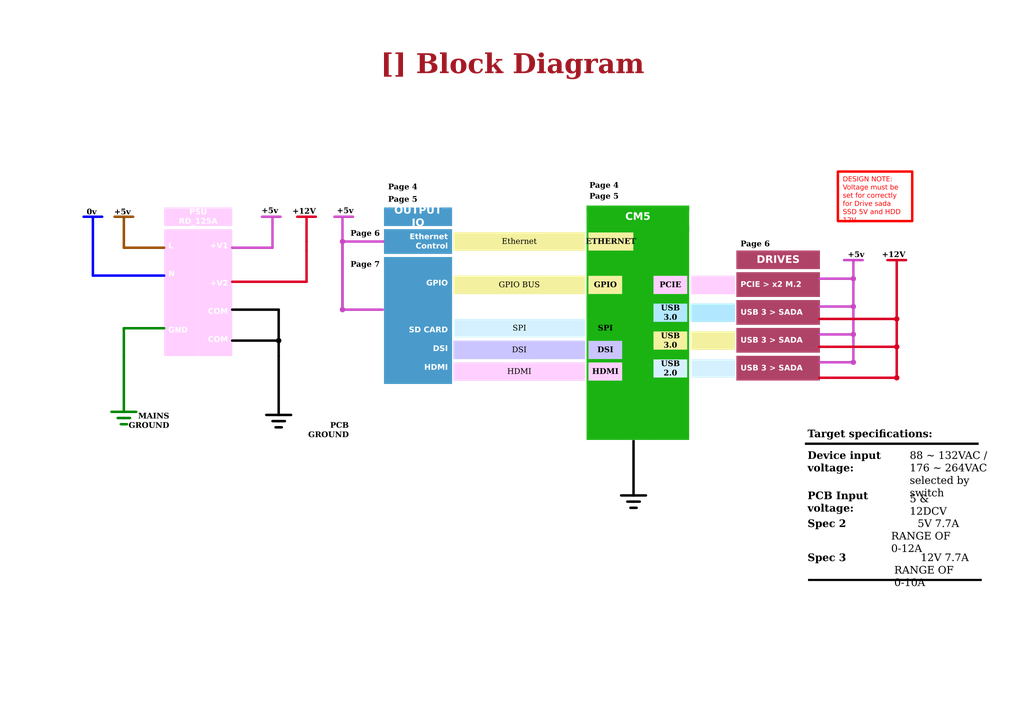
<source format=kicad_sch>
(kicad_sch
	(version 20250114)
	(generator "eeschema")
	(generator_version "9.0")
	(uuid "d4440dba-022e-49b2-97f2-6fc1871c7304")
	(paper "A3")
	(title_block
		(title "Block Diagram")
		(date "Last Modified Date")
		(rev "${REVISION}")
		(company "${COMPANY}")
	)
	(lib_symbols)
	(rectangle
		(start 241.3 156.21)
		(end 255.27 180.34)
		(stroke
			(width 0)
			(type default)
			(color 26 179 18 1)
		)
		(fill
			(type color)
			(color 26 179 18 1)
		)
		(uuid 05c43237-d989-46c7-a838-1fe3e687d325)
	)
	(rectangle
		(start 267.97 132.08)
		(end 281.94 135.89)
		(stroke
			(width 0)
			(type default)
			(color 26 179 18 1)
		)
		(fill
			(type color)
			(color 26 179 18 1)
		)
		(uuid 18d023c4-e3f0-46c9-87ca-5d30d9cdf2c3)
	)
	(rectangle
		(start 241.3 130.81)
		(end 255.27 139.7)
		(stroke
			(width 0)
			(type default)
			(color 26 179 18 1)
		)
		(fill
			(type color)
			(color 26 179 18 1)
		)
		(uuid 39c3df59-f9d6-4c44-9610-c14f06418e27)
	)
	(rectangle
		(start 267.97 154.94)
		(end 281.94 180.34)
		(stroke
			(width 0)
			(type default)
			(color 26 179 18 1)
		)
		(fill
			(type color)
			(color 26 179 18 1)
		)
		(uuid 3a6c1391-840d-4a80-9739-78b63fe94339)
	)
	(circle
		(center 367.792 130.81)
		(radius 1.016)
		(stroke
			(width 0)
			(type default)
			(color 212 0 32 1)
		)
		(fill
			(type color)
			(color 212 0 32 1)
		)
		(uuid 3e2c6bd8-f7d7-4007-beb2-38a051b35c34)
	)
	(circle
		(center 350.012 148.59)
		(radius 1.016)
		(stroke
			(width 0)
			(type default)
			(color 198 71 194 1)
		)
		(fill
			(type color)
			(color 198 71 194 1)
		)
		(uuid 41023b46-9a07-470f-8e7a-c75031cc9ecc)
	)
	(rectangle
		(start 241.3 147.32)
		(end 255.27 148.59)
		(stroke
			(width 0)
			(type default)
			(color 26 179 18 1)
		)
		(fill
			(type color)
			(color 26 179 18 1)
		)
		(uuid 421816ca-5f12-4e86-8e69-316b379c8971)
	)
	(circle
		(center 140.462 127)
		(radius 1.016)
		(stroke
			(width 0)
			(type default)
			(color 198 71 194 1)
		)
		(fill
			(type color)
			(color 198 71 194 1)
		)
		(uuid 51410f93-50a0-4779-afb7-2ee142d132a9)
	)
	(rectangle
		(start 240.665 84.455)
		(end 282.575 86.36)
		(stroke
			(width 0.254)
			(type default)
			(color 26 179 18 1)
		)
		(fill
			(type color)
			(color 26 179 18 1)
		)
		(uuid 55bb8f5d-1716-457c-ab18-7887e7f79c32)
	)
	(circle
		(center 140.462 99.06)
		(radius 1.016)
		(stroke
			(width 0)
			(type default)
			(color 198 71 194 1)
		)
		(fill
			(type color)
			(color 198 71 194 1)
		)
		(uuid 5ce36d2b-b753-4d4d-b2c0-01a15c72c9aa)
	)
	(rectangle
		(start 156.845 98.679)
		(end 157.48 99.441)
		(stroke
			(width 0.25)
			(type default)
			(color 198 71 194 1)
		)
		(fill
			(type color)
			(color 198 71 194 1)
		)
		(uuid 71a7bc8d-71ba-4784-b706-1c489dd4699b)
	)
	(circle
		(center 350.012 125.73)
		(radius 1.016)
		(stroke
			(width 0)
			(type default)
			(color 198 71 194 1)
		)
		(fill
			(type color)
			(color 198 71 194 1)
		)
		(uuid 73e2bab7-d1ff-4c48-92c5-5867c50c9caa)
	)
	(circle
		(center 367.792 154.94)
		(radius 1.016)
		(stroke
			(width 0)
			(type default)
			(color 212 0 32 1)
		)
		(fill
			(type color)
			(color 212 0 32 1)
		)
		(uuid 7633bb73-b48f-4b61-a923-beffcd4fcbdc)
	)
	(rectangle
		(start 241.3 120.65)
		(end 255.27 123.19)
		(stroke
			(width 0)
			(type default)
			(color 26 179 18 1)
		)
		(fill
			(type color)
			(color 26 179 18 1)
		)
		(uuid 7b3048d9-9f27-43c5-89d8-687bf1563aee)
	)
	(circle
		(center 350.012 137.16)
		(radius 1.016)
		(stroke
			(width 0)
			(type default)
			(color 198 71 194 1)
		)
		(fill
			(type color)
			(color 198 71 194 1)
		)
		(uuid 81814ec4-8061-4f89-b6de-11442b690bce)
	)
	(rectangle
		(start 281.94 84.455)
		(end 282.575 180.34)
		(stroke
			(width 0)
			(type default)
			(color 26 179 18 1)
		)
		(fill
			(type color)
			(color 26 179 18 1)
		)
		(uuid 82b7fc9f-5c53-4bad-ac33-36ff04086978)
	)
	(rectangle
		(start 331.47 237.49)
		(end 402.59 238.252)
		(stroke
			(width 0)
			(type default)
			(color 0 0 0 1)
		)
		(fill
			(type color)
			(color 0 0 0 1)
		)
		(uuid 8956a1c0-282a-4b1e-927b-8bc74278d14f)
	)
	(rectangle
		(start 241.3 92.71)
		(end 282.575 95.25)
		(stroke
			(width 0)
			(type default)
			(color 26 179 18 1)
		)
		(fill
			(type color)
			(color 26 179 18 1)
		)
		(uuid a952ed71-59f7-4034-9137-c9beed0052e5)
	)
	(rectangle
		(start 255.27 102.87)
		(end 267.97 180.34)
		(stroke
			(width 0)
			(type default)
			(color 26 179 18 1)
		)
		(fill
			(type color)
			(color 26 179 18 1)
		)
		(uuid b5912d90-a2e6-47a8-b37f-79df93690db6)
	)
	(rectangle
		(start 267.97 143.51)
		(end 281.94 147.32)
		(stroke
			(width 0)
			(type default)
			(color 26 179 18 1)
		)
		(fill
			(type color)
			(color 26 179 18 1)
		)
		(uuid bdbbf18e-6f1e-46bc-83ed-402e06ceb661)
	)
	(rectangle
		(start 267.97 120.65)
		(end 281.94 124.46)
		(stroke
			(width 0)
			(type default)
			(color 26 179 18 1)
		)
		(fill
			(type color)
			(color 26 179 18 1)
		)
		(uuid be3f6889-490c-44fa-9418-f01ed8476be7)
	)
	(circle
		(center 350.012 114.3)
		(radius 1.016)
		(stroke
			(width 0)
			(type default)
			(color 198 71 194 1)
		)
		(fill
			(type color)
			(color 198 71 194 1)
		)
		(uuid bfdeaac1-314c-48ed-8cf7-516162809f1b)
	)
	(rectangle
		(start 259.842 93.98)
		(end 273.812 104.14)
		(stroke
			(width 0)
			(type default)
			(color 26 179 18 1)
		)
		(fill
			(type color)
			(color 26 179 18 1)
		)
		(uuid ccbf5fc0-b3fa-481b-9909-8b6e5e2448f2)
	)
	(rectangle
		(start 267.97 95.25)
		(end 281.94 113.03)
		(stroke
			(width 0)
			(type default)
			(color 26 179 18 1)
		)
		(fill
			(type color)
			(color 26 179 18 1)
		)
		(uuid cdf72398-0431-4b4b-8fdb-00fcbee68e2a)
	)
	(circle
		(center 367.792 142.24)
		(radius 1.016)
		(stroke
			(width 0)
			(type default)
			(color 212 0 32 1)
		)
		(fill
			(type color)
			(color 212 0 32 1)
		)
		(uuid d1bb0e1b-d034-45b0-a440-50c1faf3b83f)
	)
	(rectangle
		(start 330.2 181.61)
		(end 401.32 182.372)
		(stroke
			(width 0)
			(type default)
			(color 0 0 0 1)
		)
		(fill
			(type color)
			(color 0 0 0 1)
		)
		(uuid d631d51a-2515-45dc-a2c0-e57c4fee46cd)
	)
	(rectangle
		(start 240.665 84.455)
		(end 241.3 180.34)
		(stroke
			(width 0)
			(type default)
			(color 26 179 18 1)
		)
		(fill
			(type color)
			(color 26 179 18 1)
		)
		(uuid d92c43be-acae-42f6-9179-96820bcc6ef2)
	)
	(circle
		(center 114.3 139.7)
		(radius 1.016)
		(stroke
			(width 0)
			(type default)
			(color 0 0 0 1)
		)
		(fill
			(type color)
			(color 0 0 0 1)
		)
		(uuid e009c6f9-aa34-4e58-87ba-d3118f97db1e)
	)
	(rectangle
		(start 241.3 102.87)
		(end 255.27 113.03)
		(stroke
			(width 0)
			(type default)
			(color 26 179 18 1)
		)
		(fill
			(type color)
			(color 26 179 18 1)
		)
		(uuid f4ff3a95-a29b-44f5-99fe-90e2d6c5e225)
	)
	(rectangle
		(start 240.792 121.92)
		(end 256.032 130.81)
		(stroke
			(width 0)
			(type default)
			(color 26 179 18 1)
		)
		(fill
			(type color)
			(color 26 179 18 1)
		)
		(uuid fe818828-3624-4a42-926c-34566d194c39)
	)
	(text "+5v"
		(exclude_from_sim no)
		(at 347.726 106.68 0)
		(effects
			(font
				(face "Times New Roman")
				(size 2.286 2.286)
				(thickness 0.4572)
				(bold yes)
				(color 0 0 0 1)
			)
			(justify left bottom)
		)
		(uuid "0dba65be-4dbc-4f35-b38d-7aae15950791")
	)
	(text "+5v"
		(exclude_from_sim no)
		(at 53.594 89.154 0)
		(effects
			(font
				(face "Times New Roman")
				(size 2.286 2.286)
				(thickness 0.4572)
				(bold yes)
				(color 0 0 0 1)
			)
			(justify right bottom)
		)
		(uuid "2e39a2a3-9579-46db-b35e-90d888ee8eb5")
	)
	(text "+12V"
		(exclude_from_sim no)
		(at 129.54 88.9 0)
		(effects
			(font
				(face "Times New Roman")
				(size 2.286 2.286)
				(thickness 0.4572)
				(bold yes)
				(color 0 0 0 1)
			)
			(justify right bottom)
		)
		(uuid "4570969a-23f9-402e-b415-e594243e91c6")
	)
	(text "+5v"
		(exclude_from_sim no)
		(at 138.176 88.646 0)
		(effects
			(font
				(face "Times New Roman")
				(size 2.286 2.286)
				(thickness 0.4572)
				(bold yes)
				(color 0 0 0 1)
			)
			(justify left bottom)
		)
		(uuid "61bcd564-dc47-4abd-8776-b89cef66ed38")
	)
	(text "+12V"
		(exclude_from_sim no)
		(at 371.348 106.68 0)
		(effects
			(font
				(face "Times New Roman")
				(size 2.286 2.286)
				(thickness 0.4572)
				(bold yes)
				(color 0 0 0 1)
			)
			(justify right bottom)
		)
		(uuid "b76b23fc-271e-4d85-9c32-612487cb79db")
	)
	(text "+5v"
		(exclude_from_sim no)
		(at 114.046 88.646 0)
		(effects
			(font
				(face "Times New Roman")
				(size 2.286 2.286)
				(thickness 0.4572)
				(bold yes)
				(color 0 0 0 1)
			)
			(justify right bottom)
		)
		(uuid "d00758d3-ae53-4134-ab5c-383270f3c78d")
	)
	(text "0v"
		(exclude_from_sim no)
		(at 39.624 89.154 0)
		(effects
			(font
				(face "Times New Roman")
				(size 2.286 2.286)
				(thickness 0.4572)
				(bold yes)
				(color 0 0 0 1)
			)
			(justify right bottom)
		)
		(uuid "e3d0aab1-2e1e-4d51-a1de-425c235658ce")
	)
	(text_box "GPIO"
		(exclude_from_sim no)
		(at 241.3 113.03 0)
		(size 13.97 7.62)
		(margins 1.7144 1.7144 1.7144 1.7144)
		(stroke
			(width -0.0001)
			(type solid)
		)
		(fill
			(type color)
			(color 243 240 160 1)
		)
		(effects
			(font
				(face "Times New Roman")
				(size 2.286 2.286)
				(bold yes)
				(color 0 0 0 1)
			)
		)
		(uuid "0aa0c4e1-070f-42df-94e3-eb4334e328f3")
	)
	(text_box "Spec 2"
		(exclude_from_sim no)
		(at 328.93 210.82 0)
		(size 43.18 7.62)
		(margins 2.2859 2.2859 2.2859 2.2859)
		(stroke
			(width -0.0001)
			(type default)
		)
		(fill
			(type none)
		)
		(effects
			(font
				(face "Times New Roman")
				(size 3.048 3.048)
				(thickness 0.4572)
				(bold yes)
				(color 0 0 0 1)
			)
			(justify left top)
		)
		(uuid "16ff5c12-a59a-498f-9a58-8440cea84b9d")
	)
	(text_box "\n+V1\n\n\n\n+V2\n\n\nCOM\n\n\nCOM"
		(exclude_from_sim no)
		(at 81.28 93.98 0)
		(size 13.97 52.07)
		(margins 1.7144 1.7144 1.7144 1.7144)
		(stroke
			(width -0.0001)
			(type solid)
		)
		(fill
			(type color)
			(color 255 207 255 1)
		)
		(effects
			(font
				(face "Arial")
				(size 2.286 2.286)
				(bold yes)
				(color 255 255 255 1)
			)
			(justify right top)
		)
		(uuid "1751a8a4-243e-4832-9be3-7e90da50e5e8")
	)
	(text_box "GPIO BUS"
		(exclude_from_sim no)
		(at 185.928 113.03 0)
		(size 54.102 7.62)
		(margins 1.7144 1.7144 1.7144 1.7144)
		(stroke
			(width -0.0001)
			(type solid)
		)
		(fill
			(type color)
			(color 243 240 160 1)
		)
		(effects
			(font
				(face "Times New Roman")
				(size 2.286 2.286)
				(italic yes)
				(color 0 0 0 1)
			)
		)
		(uuid "1987247e-db63-4ffa-a72e-634d9843c64c")
	)
	(text_box "CM5"
		(exclude_from_sim no)
		(at 241.3 85.09 0)
		(size 40.64 7.62)
		(margins 2.2859 2.2859 2.2859 2.2859)
		(stroke
			(width -0.0001)
			(type solid)
		)
		(fill
			(type color)
			(color 26 179 18 1)
		)
		(effects
			(font
				(face "Arial")
				(size 3.048 3.048)
				(bold yes)
				(color 255 255 255 1)
			)
		)
		(uuid "1d0d83c3-74d6-4a1f-8c3f-65fbe3fb5ec9")
	)
	(text_box "HDMI"
		(exclude_from_sim no)
		(at 185.928 148.59 0)
		(size 54.102 7.62)
		(margins 1.7144 1.7144 1.7144 1.7144)
		(stroke
			(width -0.0001)
			(type solid)
		)
		(fill
			(type color)
			(color 255 207 255 1)
		)
		(effects
			(font
				(face "Times New Roman")
				(size 2.286 2.286)
				(italic yes)
				(color 0 0 0 1)
			)
		)
		(uuid "205684f9-9b3f-4aef-bbd6-2a2cbf506b65")
	)
	(text_box "ETHERNET"
		(exclude_from_sim no)
		(at 241.3 95.25 0)
		(size 18.542 7.62)
		(margins 1.7144 1.7144 1.7144 1.7144)
		(stroke
			(width -0.0001)
			(type solid)
		)
		(fill
			(type color)
			(color 243 240 160 1)
		)
		(effects
			(font
				(face "Times New Roman")
				(size 2.286 2.286)
				(bold yes)
				(color 0 0 0 1)
			)
		)
		(uuid "29f18459-3b0c-4e53-a96d-cae677d37f45")
	)
	(text_box "Page 6"
		(exclude_from_sim no)
		(at 302.006 97.028 0)
		(size 17.78 5.08)
		(margins 1.7144 1.7144 1.7144 1.7144)
		(stroke
			(width -0.0001)
			(type solid)
		)
		(fill
			(type none)
		)
		(effects
			(font
				(face "Times New Roman")
				(size 2.286 2.286)
				(thickness 0.4572)
				(bold yes)
				(color 0 0 0 1)
			)
			(justify left top)
			(href "#6")
		)
		(uuid "2c748904-640a-4790-9cd3-81e6145a1f3e")
	)
	(text_box ""
		(exclude_from_sim no)
		(at 283.21 113.03 0)
		(size 18.288 7.62)
		(margins 1.7144 1.7144 1.7144 1.7144)
		(stroke
			(width -0.0001)
			(type solid)
		)
		(fill
			(type color)
			(color 255 207 255 1)
		)
		(effects
			(font
				(face "Times New Roman")
				(size 2.286 2.286)
				(italic yes)
				(color 0 0 0 1)
			)
		)
		(uuid "2eccac48-a697-4b98-a3f1-dcbeefca3094")
	)
	(text_box "PCB Input voltage:"
		(exclude_from_sim no)
		(at 328.93 199.39 0)
		(size 41.91 7.62)
		(margins 2.2859 2.2859 2.2859 2.2859)
		(stroke
			(width -0.0001)
			(type solid)
		)
		(fill
			(type none)
		)
		(effects
			(font
				(face "Times New Roman")
				(size 3.048 3.048)
				(thickness 0.4572)
				(bold yes)
				(color 0 0 0 1)
			)
			(justify left top)
		)
		(uuid "347e7e61-7c93-449c-8c65-b1d74937394e")
	)
	(text_box "Ethernet"
		(exclude_from_sim no)
		(at 185.928 95.25 0)
		(size 54.102 7.62)
		(margins 1.7144 1.7144 1.7144 1.7144)
		(stroke
			(width -0.0001)
			(type solid)
		)
		(fill
			(type color)
			(color 243 240 160 1)
		)
		(effects
			(font
				(face "Times New Roman")
				(size 2.286 2.286)
				(italic yes)
				(color 0 0 0 1)
			)
		)
		(uuid "34f97dad-9bc3-424e-b006-bedf003458aa")
	)
	(text_box "        12V 7.7A \nRANGE OF 0-10A"
		(exclude_from_sim no)
		(at 364.49 224.79 0)
		(size 38.1 11.43)
		(margins 2.2859 2.2859 2.2859 2.2859)
		(stroke
			(width -0.0001)
			(type solid)
		)
		(fill
			(type none)
		)
		(effects
			(font
				(face "Times New Roman")
				(size 3.048 3.048)
				(color 0 0 0 1)
			)
			(justify left top)
		)
		(uuid "37354c60-dbdb-4aa1-a2b0-e6db1fd7a12e")
	)
	(text_box "        5V 7.7A \nRANGE OF 0-12A"
		(exclude_from_sim no)
		(at 363.22 210.82 0)
		(size 38.1 7.62)
		(margins 2.2859 2.2859 2.2859 2.2859)
		(stroke
			(width -0.0001)
			(type solid)
		)
		(fill
			(type none)
		)
		(effects
			(font
				(face "Times New Roman")
				(size 3.048 3.048)
				(color 0 0 0 1)
			)
			(justify left top)
		)
		(uuid "3d9a8928-04fd-4c32-8894-e3210045027d")
	)
	(text_box ""
		(exclude_from_sim no)
		(at 283.21 135.89 0)
		(size 18.288 7.62)
		(margins 1.1429 1.1429 1.1429 1.1429)
		(stroke
			(width -0.0001)
			(type solid)
		)
		(fill
			(type color)
			(color 243 240 160 1)
		)
		(effects
			(font
				(face "Times New Roman")
				(size 1.524 1.524)
				(italic yes)
				(color 0 0 0 1)
			)
		)
		(uuid "4616f06b-0c0c-4da0-aaa7-60ade012707d")
	)
	(text_box "DSI"
		(exclude_from_sim no)
		(at 185.928 139.7 0)
		(size 54.102 7.62)
		(margins 1.7144 1.7144 1.7144 1.7144)
		(stroke
			(width -0.0001)
			(type solid)
		)
		(fill
			(type color)
			(color 202 196 255 1)
		)
		(effects
			(font
				(face "Times New Roman")
				(size 2.286 2.286)
				(italic yes)
				(color 0 0 0 1)
			)
		)
		(uuid "4be2fbb4-9521-4c43-b13b-45298595a8b7")
	)
	(text_box "DRIVES"
		(exclude_from_sim no)
		(at 302.006 102.743 0)
		(size 34.29 7.62)
		(margins 2.2859 2.2859 2.2859 2.2859)
		(stroke
			(width -0.0001)
			(type solid)
		)
		(fill
			(type color)
			(color 175 67 103 1)
		)
		(effects
			(font
				(face "Arial")
				(size 3.048 3.048)
				(bold yes)
				(color 255 255 255 1)
			)
		)
		(uuid "50f90389-4852-4d94-a1e5-f12357304e05")
	)
	(text_box "Ethernet Control"
		(exclude_from_sim no)
		(at 157.48 93.98 0)
		(size 27.94 10.16)
		(margins 1.7144 1.7144 1.7144 1.7144)
		(stroke
			(width -0.0001)
			(type solid)
		)
		(fill
			(type color)
			(color 74 155 203 1)
		)
		(effects
			(font
				(face "Arial")
				(size 2.286 2.286)
				(bold yes)
				(color 255 255 255 1)
			)
			(justify right)
		)
		(uuid "5a2e6555-9060-4d4a-9a34-a05560ac30d8")
	)
	(text_box "USB 3 > SADA"
		(exclude_from_sim no)
		(at 302.006 134.493 0)
		(size 34.29 10.16)
		(margins 1.7144 1.7144 1.7144 1.7144)
		(stroke
			(width -0.0001)
			(type solid)
		)
		(fill
			(type color)
			(color 175 67 103 1)
		)
		(effects
			(font
				(face "Arial")
				(size 2.286 2.286)
				(bold yes)
				(color 255 255 255 1)
			)
			(justify left)
		)
		(uuid "5f14182b-c93f-4d15-9db7-1a029aadad7b")
	)
	(text_box "MAINS GROUND"
		(exclude_from_sim no)
		(at 43.18 167.64 0)
		(size 27.94 5.08)
		(margins 1.7144 1.7144 1.7144 1.7144)
		(stroke
			(width -0.0001)
			(type solid)
		)
		(fill
			(type none)
		)
		(effects
			(font
				(face "Times New Roman")
				(size 2.286 2.286)
				(thickness 0.4572)
				(bold yes)
				(color 0 0 0 1)
			)
			(justify right top)
		)
		(uuid "68649da4-f68d-4ed5-8365-8f0b566e83f2")
	)
	(text_box "Page 5"
		(exclude_from_sim no)
		(at 157.48 78.74 0)
		(size 24.765 5.08)
		(margins 1.7144 1.7144 1.7144 1.7144)
		(stroke
			(width -0.0001)
			(type default)
		)
		(fill
			(type none)
		)
		(effects
			(font
				(face "Times New Roman")
				(size 2.286 2.286)
				(thickness 0.4572)
				(bold yes)
				(color 0 0 0 1)
			)
			(justify left top)
			(href "#5")
		)
		(uuid "6e541971-bcb9-4068-a9d3-38fe469fd6b9")
	)
	(text_box "PCIE > x2 M.2"
		(exclude_from_sim no)
		(at 302.006 111.633 0)
		(size 34.29 10.16)
		(margins 1.7144 1.7144 1.7144 1.7144)
		(stroke
			(width -0.0001)
			(type solid)
		)
		(fill
			(type color)
			(color 175 67 103 1)
		)
		(effects
			(font
				(face "Arial")
				(size 2.286 2.286)
				(bold yes)
				(color 255 255 255 1)
			)
			(justify left)
		)
		(uuid "6f80972b-0868-4998-bb39-1d5e548cee7c")
	)
	(text_box "[${#}] ${TITLE}"
		(exclude_from_sim no)
		(at 144.78 20.32 0)
		(size 130.81 12.7)
		(margins 5.9999 5.9999 5.9999 5.9999)
		(stroke
			(width -0.0001)
			(type default)
		)
		(fill
			(type none)
		)
		(effects
			(font
				(face "Times New Roman")
				(size 8 8)
				(thickness 1.2)
				(bold yes)
				(color 162 22 34 1)
			)
		)
		(uuid "73b2b29c-2473-4e80-be0b-4f57c6856c3e")
	)
	(text_box "PCB GROUND"
		(exclude_from_sim no)
		(at 119.38 171.45 0)
		(size 25.4 5.08)
		(margins 1.7144 1.7144 1.7144 1.7144)
		(stroke
			(width -0.0001)
			(type solid)
		)
		(fill
			(type none)
		)
		(effects
			(font
				(face "Times New Roman")
				(size 2.286 2.286)
				(thickness 0.4572)
				(bold yes)
				(color 0 0 0 1)
			)
			(justify right top)
		)
		(uuid "7f17de43-d66f-4f43-939d-61d7515cb81b")
	)
	(text_box "Target specifications:"
		(exclude_from_sim no)
		(at 328.93 173.99 0)
		(size 73.66 7.62)
		(margins 2.2859 2.2859 2.2859 2.2859)
		(stroke
			(width -0.0001)
			(type default)
		)
		(fill
			(type none)
		)
		(effects
			(font
				(face "Times New Roman")
				(size 3.048 3.048)
				(thickness 0.4572)
				(bold yes)
				(color 0 0 0 1)
			)
			(justify left top)
		)
		(uuid "874bfc99-fafe-40d4-b7af-9ddb98b61eea")
	)
	(text_box "DSI"
		(exclude_from_sim no)
		(at 241.3 139.7 0)
		(size 13.97 7.62)
		(margins 1.7144 1.7144 1.7144 1.7144)
		(stroke
			(width -0.0001)
			(type solid)
		)
		(fill
			(type color)
			(color 202 196 255 1)
		)
		(effects
			(font
				(face "Times New Roman")
				(size 2.286 2.286)
				(bold yes)
				(color 0 0 0 1)
			)
		)
		(uuid "8d5e3fa3-e0ae-46de-9bca-be5f9d003da2")
	)
	(text_box "SPI"
		(exclude_from_sim no)
		(at 186.055 130.81 0)
		(size 53.975 7.62)
		(margins 1.1429 1.1429 1.1429 1.1429)
		(stroke
			(width -0.0001)
			(type solid)
		)
		(fill
			(type color)
			(color 213 241 255 1)
		)
		(effects
			(font
				(face "Times New Roman")
				(size 2.286 2.286)
				(italic yes)
				(color 0 0 0 1)
			)
		)
		(uuid "8f602d65-403f-4ff5-b704-d33255654b4f")
	)
	(text_box "\nL\n\n\nN\n\n\n\n\n\nGND"
		(exclude_from_sim no)
		(at 67.31 93.98 0)
		(size 13.97 52.07)
		(margins 1.7144 1.7144 1.7144 1.7144)
		(stroke
			(width -0.0001)
			(type solid)
		)
		(fill
			(type color)
			(color 255 207 255 1)
		)
		(effects
			(font
				(face "Arial")
				(size 2.286 2.286)
				(bold yes)
				(color 255 255 255 1)
			)
			(justify left top)
		)
		(uuid "94c5ac1c-84a0-4493-a64b-d47cb22b6c26")
	)
	(text_box "88 ~ 132VAC / 176 ~ 264VAC selected by switch"
		(exclude_from_sim no)
		(at 370.84 182.88 0)
		(size 36.83 7.62)
		(margins 2.2859 2.2859 2.2859 2.2859)
		(stroke
			(width -0.0001)
			(type solid)
		)
		(fill
			(type none)
		)
		(effects
			(font
				(face "Times New Roman")
				(size 3.048 3.048)
				(color 0 0 0 1)
			)
			(justify left top)
		)
		(uuid "95b75913-46be-4d10-99cf-a43e95aedcc0")
	)
	(text_box "Page 4"
		(exclude_from_sim no)
		(at 157.48 73.66 0)
		(size 24.765 5.08)
		(margins 1.7144 1.7144 1.7144 1.7144)
		(stroke
			(width -0.0001)
			(type default)
		)
		(fill
			(type none)
		)
		(effects
			(font
				(face "Times New Roman")
				(size 2.286 2.286)
				(thickness 0.4572)
				(bold yes)
				(color 0 0 0 1)
			)
			(justify left top)
		)
		(uuid "96a68205-fb2f-420b-ad5e-03d567bd8384")
	)
	(text_box "Page 6"
		(exclude_from_sim no)
		(at 139.7 92.71 0)
		(size 17.78 5.08)
		(margins 1.7144 1.7144 1.7144 1.7144)
		(stroke
			(width -0.0001)
			(type solid)
		)
		(fill
			(type none)
		)
		(effects
			(font
				(face "Times New Roman")
				(size 2.286 2.286)
				(thickness 0.4572)
				(bold yes)
				(color 0 0 0 1)
			)
			(justify right top)
		)
		(uuid "9e4a510b-5c75-46a6-9e6e-397aa68ebd40")
	)
	(text_box "OUTPUT IO"
		(exclude_from_sim no)
		(at 157.48 85.09 0)
		(size 27.94 7.62)
		(margins 2.2859 2.2859 2.2859 2.2859)
		(stroke
			(width -0.0001)
			(type solid)
		)
		(fill
			(type color)
			(color 74 155 203 1)
		)
		(effects
			(font
				(face "Arial")
				(size 3.048 3.048)
				(bold yes)
				(color 255 255 255 1)
			)
		)
		(uuid "a5dfea43-92a3-4c4a-a914-eb784ef96d73")
	)
	(text_box "5 & 12DCV\n"
		(exclude_from_sim no)
		(at 370.84 200.66 0)
		(size 26.67 7.62)
		(margins 2.2859 2.2859 2.2859 2.2859)
		(stroke
			(width -0.0001)
			(type solid)
		)
		(fill
			(type none)
		)
		(effects
			(font
				(face "Times New Roman")
				(size 3.048 3.048)
				(color 0 0 0 1)
			)
			(justify left top)
		)
		(uuid "aa388299-5267-444a-a70f-fbbbf3a9efdc")
	)
	(text_box "SPI"
		(exclude_from_sim no)
		(at 241.3 130.81 0)
		(size 13.97 7.62)
		(margins 1.7144 1.7144 1.7144 1.7144)
		(stroke
			(width -0.0001)
			(type solid)
		)
		(fill
			(type color)
			(color 213 241 255 1)
		)
		(effects
			(font
				(face "Times New Roman")
				(size 2.286 2.286)
				(bold yes)
				(color 0 0 0 1)
			)
		)
		(uuid "aa50f68b-8dcc-48bf-9f99-fd8274b2d4a1")
	)
	(text_box "HDMI"
		(exclude_from_sim no)
		(at 241.3 148.59 0)
		(size 13.97 7.62)
		(margins 1.7144 1.7144 1.7144 1.7144)
		(stroke
			(width -0.0001)
			(type solid)
		)
		(fill
			(type color)
			(color 255 207 255 1)
		)
		(effects
			(font
				(face "Times New Roman")
				(size 2.286 2.286)
				(bold yes)
				(color 0 0 0 1)
			)
		)
		(uuid "ab21cef4-7adc-4acc-bdaa-b46c7f774ce6")
	)
	(text_box "USB 2.0"
		(exclude_from_sim no)
		(at 267.97 147.32 0)
		(size 13.97 7.62)
		(margins 1.7144 1.7144 1.7144 1.7144)
		(stroke
			(width -0.0001)
			(type solid)
		)
		(fill
			(type color)
			(color 213 241 255 1)
		)
		(effects
			(font
				(face "Times New Roman")
				(size 2.286 2.286)
				(bold yes)
				(color 0 0 0 1)
			)
		)
		(uuid "ac56c48c-4a2e-4776-9858-933bd22ee6ee")
	)
	(text_box "Page 4"
		(exclude_from_sim no)
		(at 240.03 73.025 0)
		(size 24.765 5.08)
		(margins 1.7144 1.7144 1.7144 1.7144)
		(stroke
			(width -0.0001)
			(type default)
		)
		(fill
			(type none)
		)
		(effects
			(font
				(face "Times New Roman")
				(size 2.286 2.286)
				(thickness 0.4572)
				(bold yes)
				(color 0 0 0 1)
			)
			(justify left top)
		)
		(uuid "af913ec4-8a49-4345-bec6-fafb6d986bc2")
	)
	(text_box "USB 3.0"
		(exclude_from_sim no)
		(at 267.97 135.89 0)
		(size 13.97 7.62)
		(margins 1.7144 1.7144 1.7144 1.7144)
		(stroke
			(width -0.0001)
			(type solid)
		)
		(fill
			(type color)
			(color 243 240 160 1)
		)
		(effects
			(font
				(face "Times New Roman")
				(size 2.286 2.286)
				(bold yes)
				(color 0 0 0 1)
			)
		)
		(uuid "b25023e5-acfa-4102-bb80-efad95c74d40")
	)
	(text_box "USB 3.0"
		(exclude_from_sim no)
		(at 267.97 124.46 0)
		(size 13.97 7.62)
		(margins 1.7144 1.7144 1.7144 1.7144)
		(stroke
			(width -0.0001)
			(type solid)
		)
		(fill
			(type color)
			(color 178 232 255 1)
		)
		(effects
			(font
				(face "Times New Roman")
				(size 2.286 2.286)
				(bold yes)
				(color 0 0 0 1)
			)
		)
		(uuid "c2c0d0c9-0dec-46a5-9473-b81815342d7b")
	)
	(text_box ""
		(exclude_from_sim no)
		(at 283.21 124.46 0)
		(size 18.288 7.62)
		(margins 1.7144 1.7144 1.7144 1.7144)
		(stroke
			(width -0.0001)
			(type solid)
		)
		(fill
			(type color)
			(color 178 232 255 1)
		)
		(effects
			(font
				(face "Times New Roman")
				(size 2.286 2.286)
				(italic yes)
				(color 0 0 0 1)
			)
		)
		(uuid "ce8d5aa2-32fa-41ab-879e-c8a14b311e71")
	)
	(text_box "USB 3 > SADA"
		(exclude_from_sim no)
		(at 302.006 145.923 0)
		(size 34.29 10.16)
		(margins 1.7144 1.7144 1.7144 1.7144)
		(stroke
			(width -0.0001)
			(type solid)
		)
		(fill
			(type color)
			(color 175 67 103 1)
		)
		(effects
			(font
				(face "Arial")
				(size 2.286 2.286)
				(bold yes)
				(color 255 255 255 1)
			)
			(justify left)
		)
		(uuid "d11c5cc0-b2d5-4819-92dd-51b892f4bd76")
	)
	(text_box "Device input voltage:"
		(exclude_from_sim no)
		(at 328.93 182.88 0)
		(size 44.45 7.62)
		(margins 2.2859 2.2859 2.2859 2.2859)
		(stroke
			(width -0.0001)
			(type solid)
		)
		(fill
			(type none)
		)
		(effects
			(font
				(face "Times New Roman")
				(size 3.048 3.048)
				(thickness 0.4572)
				(bold yes)
				(color 0 0 0 1)
			)
			(justify left top)
		)
		(uuid "d8a87a47-124c-44f3-964b-45ae309ac1a4")
	)
	(text_box ""
		(exclude_from_sim no)
		(at 283.21 147.32 0)
		(size 18.288 7.62)
		(margins 1.1429 1.1429 1.1429 1.1429)
		(stroke
			(width -0.0001)
			(type solid)
		)
		(fill
			(type color)
			(color 213 241 255 1)
		)
		(effects
			(font
				(face "Times New Roman")
				(size 1.524 1.524)
				(italic yes)
				(color 0 0 0 1)
			)
		)
		(uuid "d95aa69c-63fb-4b5d-9978-ffe4aa9ad079")
	)
	(text_box "DESIGN NOTE:\nVoltage must be set for correctly for Drive sada SSD 5V and HDD 12V"
		(exclude_from_sim no)
		(at 343.662 70.358 0)
		(size 30.48 20.32)
		(margins 2 2 2 2)
		(stroke
			(width 1)
			(type solid)
			(color 255 0 0 1)
		)
		(fill
			(type none)
		)
		(effects
			(font
				(face "Arial")
				(size 2 2)
				(color 255 0 0 1)
			)
			(justify left top)
		)
		(uuid "debe43d0-035d-4f6d-8150-009a80bd4084")
	)
	(text_box "PSU RD_125A"
		(exclude_from_sim no)
		(at 67.31 85.09 0)
		(size 27.94 7.62)
		(margins 2.2859 2.2859 2.2859 2.2859)
		(stroke
			(width -0.0001)
			(type solid)
		)
		(fill
			(type color)
			(color 255 207 255 1)
		)
		(effects
			(font
				(face "Arial")
				(size 2.286 2.286)
				(bold yes)
				(color 255 255 255 1)
			)
		)
		(uuid "e1a6b0a4-43ae-4eb7-959a-7e2d3ebd2599")
	)
	(text_box "PCIE"
		(exclude_from_sim no)
		(at 267.97 113.03 0)
		(size 13.97 7.62)
		(margins 1.7144 1.7144 1.7144 1.7144)
		(stroke
			(width -0.0001)
			(type solid)
		)
		(fill
			(type color)
			(color 255 207 255 1)
		)
		(effects
			(font
				(face "Times New Roman")
				(size 2.286 2.286)
				(bold yes)
				(color 0 0 0 1)
			)
		)
		(uuid "e2d08c91-25de-4e80-a665-a7cd6ec63101")
	)
	(text_box "Page 5"
		(exclude_from_sim no)
		(at 240.03 77.47 0)
		(size 24.765 5.08)
		(margins 1.7144 1.7144 1.7144 1.7144)
		(stroke
			(width -0.0001)
			(type default)
		)
		(fill
			(type none)
		)
		(effects
			(font
				(face "Times New Roman")
				(size 2.286 2.286)
				(thickness 0.4572)
				(bold yes)
				(color 0 0 0 1)
			)
			(justify left top)
			(href "#5")
		)
		(uuid "e8b722a7-e885-4392-8585-c14113718643")
	)
	(text_box "Page 7"
		(exclude_from_sim no)
		(at 139.7 105.41 0)
		(size 17.78 5.08)
		(margins 1.7144 1.7144 1.7144 1.7144)
		(stroke
			(width -0.0001)
			(type solid)
		)
		(fill
			(type none)
		)
		(effects
			(font
				(face "Times New Roman")
				(size 2.286 2.286)
				(thickness 0.4572)
				(bold yes)
				(color 0 0 0 1)
			)
			(justify right top)
		)
		(uuid "ed339cec-4d03-443c-9621-bdc36e032f0f")
	)
	(text_box "\n\nGPIO \n\n\n\n\nSD CARD\n\nDSI\n\nHDMI"
		(exclude_from_sim no)
		(at 157.48 105.41 0)
		(size 27.94 52.07)
		(margins 1.7144 1.7144 1.7144 1.7144)
		(stroke
			(width -0.0001)
			(type solid)
		)
		(fill
			(type color)
			(color 74 155 203 1)
		)
		(effects
			(font
				(face "Arial")
				(size 2.286 2.286)
				(bold yes)
				(color 255 255 255 1)
			)
			(justify right top)
		)
		(uuid "ed5022fd-7df6-48a2-9346-7cffbd945cc2")
	)
	(text_box "Spec 3"
		(exclude_from_sim no)
		(at 328.93 224.79 0)
		(size 44.45 7.62)
		(margins 2.2859 2.2859 2.2859 2.2859)
		(stroke
			(width -0.0001)
			(type solid)
		)
		(fill
			(type none)
		)
		(effects
			(font
				(face "Times New Roman")
				(size 3.048 3.048)
				(thickness 0.4572)
				(bold yes)
				(color 0 0 0 1)
			)
			(justify left top)
		)
		(uuid "f73ecd5d-28d4-4dc6-ad8d-2c156959b733")
	)
	(text_box "USB 3 > SADA"
		(exclude_from_sim no)
		(at 302.006 123.063 0)
		(size 34.29 10.16)
		(margins 1.7144 1.7144 1.7144 1.7144)
		(stroke
			(width -0.0001)
			(type solid)
		)
		(fill
			(type color)
			(color 175 67 103 1)
		)
		(effects
			(font
				(face "Arial")
				(size 2.286 2.286)
				(bold yes)
				(color 255 255 255 1)
			)
			(justify left)
		)
		(uuid "fd61c9c5-9a5f-4021-bb34-8e82244796ab")
	)
	(polyline
		(pts
			(xy 95.25 127) (xy 114.3 127)
		)
		(stroke
			(width 1.016)
			(type default)
			(color 0 0 0 1)
		)
		(uuid "0712a9ce-ba7d-4a8e-bad8-bd487579b21d")
	)
	(polyline
		(pts
			(xy 50.292 88.9) (xy 54.61 88.9)
		)
		(stroke
			(width 1.016)
			(type default)
			(color 150 75 0 1)
		)
		(uuid "0b6c725a-cbd2-42f5-b873-c656dec3b20f")
	)
	(polyline
		(pts
			(xy 140.462 88.9) (xy 144.78 88.9)
		)
		(stroke
			(width 1.016)
			(type default)
			(color 198 71 194 1)
		)
		(uuid "0c4f2c87-5668-4ab3-9f54-bb552b1160e0")
	)
	(polyline
		(pts
			(xy 336.042 114.3) (xy 350.012 114.3)
		)
		(stroke
			(width 1.016)
			(type solid)
			(color 198 71 194 1)
		)
		(uuid "0ede2931-56c6-4356-b1be-42b80f8c9947")
	)
	(polyline
		(pts
			(xy 115.062 88.9) (xy 111.76 88.9)
		)
		(stroke
			(width 1.016)
			(type default)
			(color 198 71 194 1)
		)
		(uuid "12c9610a-d80a-487b-b402-30ece501f58d")
	)
	(polyline
		(pts
			(xy 156.972 99.06) (xy 140.462 99.06)
		)
		(stroke
			(width 1.016)
			(type default)
			(color 198 71 194 1)
		)
		(uuid "12ef2ddf-0ea9-47cc-b3da-b713337e7a4d")
	)
	(polyline
		(pts
			(xy 114.3 146.05) (xy 114.3 170.18)
		)
		(stroke
			(width 1.016)
			(type default)
			(color 0 0 0 1)
		)
		(uuid "18046192-8298-4363-a5ce-814e10e8ee86")
	)
	(polyline
		(pts
			(xy 137.16 88.9) (xy 140.462 88.9)
		)
		(stroke
			(width 1.016)
			(type default)
			(color 198 71 194 1)
		)
		(uuid "21ea9e82-75fb-4584-ad6e-013b648b8538")
	)
	(polyline
		(pts
			(xy 34.29 88.9) (xy 37.592 88.9)
		)
		(stroke
			(width 1.016)
			(type solid)
			(color 0 0 255 1)
		)
		(uuid "26efa645-3938-4bc5-8a16-6d4c93cf603c")
	)
	(polyline
		(pts
			(xy 350.012 106.68) (xy 346.202 106.68)
		)
		(stroke
			(width 1.016)
			(type solid)
			(color 198 71 194 1)
		)
		(uuid "27bd0569-535c-49cb-bda3-e937d42f8467")
	)
	(polyline
		(pts
			(xy 336.042 142.24) (xy 367.792 142.24)
		)
		(stroke
			(width 1.016)
			(type default)
			(color 212 0 32 1)
		)
		(uuid "29a4b4a0-c175-4bf7-a282-dd92c46689f0")
	)
	(polyline
		(pts
			(xy 125.73 88.9) (xy 121.92 88.9)
		)
		(stroke
			(width 1.016)
			(type default)
			(color 212 0 32 1)
		)
		(uuid "2e892209-3e08-41e1-a7d7-13810052d161")
	)
	(polyline
		(pts
			(xy 353.822 106.68) (xy 350.012 106.68)
		)
		(stroke
			(width 1.016)
			(type solid)
			(color 198 71 194 1)
		)
		(uuid "2fb9b665-e927-46c4-93bc-09cd599e0970")
	)
	(polyline
		(pts
			(xy 350.012 114.3) (xy 350.012 118.11)
		)
		(stroke
			(width 1.016)
			(type solid)
			(color 198 71 194 1)
		)
		(uuid "33063390-beaa-4c97-a1aa-865df91027f3")
	)
	(polyline
		(pts
			(xy 111.76 88.9) (xy 107.442 88.9)
		)
		(stroke
			(width 1.016)
			(type default)
			(color 198 71 194 1)
		)
		(uuid "36d41173-8841-4fa5-92c7-bb776ff4f1bd")
	)
	(polyline
		(pts
			(xy 111.76 88.9) (xy 111.76 101.6)
		)
		(stroke
			(width 1.016)
			(type default)
			(color 198 71 194 1)
		)
		(uuid "373769d4-70d4-47a4-9200-28babce0d135")
	)
	(polyline
		(pts
			(xy 129.54 88.9) (xy 125.73 88.9)
		)
		(stroke
			(width 1.016)
			(type default)
			(color 212 0 32 1)
		)
		(uuid "3eeb2943-7d5e-4873-91ac-5a667f9ca394")
	)
	(polyline
		(pts
			(xy 155.702 127) (xy 156.972 127)
		)
		(stroke
			(width 1.016)
			(type default)
			(color 198 71 194 1)
		)
		(uuid "40fe2050-aa02-415f-a613-2bc33aaa1e5b")
	)
	(polyline
		(pts
			(xy 50.8 146.05) (xy 50.8 168.91)
		)
		(stroke
			(width 1.016)
			(type solid)
			(color 0 128 0 1)
		)
		(uuid "4b396702-e4f1-48ee-be8a-79b0a6711ab9")
	)
	(polyline
		(pts
			(xy 350.012 139.7) (xy 350.012 148.59)
		)
		(stroke
			(width 1.016)
			(type solid)
			(color 198 71 194 1)
		)
		(uuid "53ab0b00-93ba-4e5d-ac4c-4e02676a9b51")
	)
	(polyline
		(pts
			(xy 259.842 180.848) (xy 259.842 203.2)
		)
		(stroke
			(width 1.016)
			(type default)
			(color 0 0 0 1)
		)
		(uuid "55ce596c-8a15-46cd-9c5e-277071803838")
	)
	(polyline
		(pts
			(xy 336.042 154.94) (xy 367.792 154.94)
		)
		(stroke
			(width 1.016)
			(type default)
			(color 212 0 32 1)
		)
		(uuid "56696148-5d5e-4b3d-9c0e-4bebda7359f0")
	)
	(polyline
		(pts
			(xy 114.3 146.05) (xy 114.3 146.05)
		)
		(stroke
			(width 1.016)
			(type default)
			(color 0 0 0 1)
		)
		(uuid "60038da2-406f-4087-bfeb-e2f314ac6f59")
	)
	(polyline
		(pts
			(xy 50.8 168.91) (xy 55.88 168.91)
		)
		(stroke
			(width 1.016)
			(type solid)
			(color 0 128 0 1)
		)
		(uuid "698c0553-2c53-4ded-bee5-dba5399375d7")
	)
	(polyline
		(pts
			(xy 116.84 172.72) (xy 114.3 172.72)
		)
		(stroke
			(width 1.016)
			(type default)
			(color 0 0 0 1)
		)
		(uuid "6bd770b7-8a37-4520-847a-87819399e6e4")
	)
	(polyline
		(pts
			(xy 45.72 168.91) (xy 50.8 168.91)
		)
		(stroke
			(width 1.016)
			(type solid)
			(color 0 128 0 1)
		)
		(uuid "6c41c615-4b23-428c-a123-98ee794b9bb2")
	)
	(polyline
		(pts
			(xy 50.8 146.05) (xy 50.8 134.62)
		)
		(stroke
			(width 1.016)
			(type solid)
			(color 0 128 0 1)
		)
		(uuid "6d040e6f-bf6e-4f91-b97b-af6e80497e46")
	)
	(polyline
		(pts
			(xy 261.112 208.28) (xy 259.842 208.28)
		)
		(stroke
			(width 1.016)
			(type default)
			(color 0 0 0 1)
		)
		(uuid "6dd30f04-28a9-42d5-9d28-fcc750e83f4d")
	)
	(polyline
		(pts
			(xy 155.702 127) (xy 140.462 127)
		)
		(stroke
			(width 1.016)
			(type default)
			(color 198 71 194 1)
		)
		(uuid "6e88117f-fb7a-4817-87aa-3f3dac203a27")
	)
	(polyline
		(pts
			(xy 114.3 139.7) (xy 114.3 139.7)
		)
		(stroke
			(width 1.016)
			(type default)
			(color 0 0 0 1)
		)
		(uuid "6f88a948-f293-49e9-aa70-49cd7a74072d")
	)
	(polyline
		(pts
			(xy 95.25 115.57) (xy 125.73 115.57)
		)
		(stroke
			(width 1.016)
			(type default)
			(color 212 0 32 1)
		)
		(uuid "70246205-7739-4670-ba11-86e316d0e064")
	)
	(polyline
		(pts
			(xy 114.3 127) (xy 114.3 139.7)
		)
		(stroke
			(width 1.016)
			(type default)
			(color 0 0 0 1)
		)
		(uuid "703f8a14-0380-484f-9981-76fb9aaf76fe")
	)
	(polyline
		(pts
			(xy 140.462 127) (xy 140.462 99.06)
		)
		(stroke
			(width 1.016)
			(type default)
			(color 198 71 194 1)
		)
		(uuid "72685799-a9bb-405d-9640-ea2d6d446e95")
	)
	(polyline
		(pts
			(xy 50.8 134.62) (xy 67.31 134.62)
		)
		(stroke
			(width 1.016)
			(type solid)
			(color 0 128 0 1)
		)
		(uuid "760450c2-208d-48a6-9d69-bbf0db644fd7")
	)
	(polyline
		(pts
			(xy 350.012 137.16) (xy 350.012 139.7)
		)
		(stroke
			(width 1.016)
			(type solid)
			(color 198 71 194 1)
		)
		(uuid "760b09ea-0830-465b-8acc-fea0d7345735")
	)
	(polyline
		(pts
			(xy 254.762 203.2) (xy 259.842 203.2)
		)
		(stroke
			(width 1.016)
			(type default)
			(color 0 0 0 1)
		)
		(uuid "7aab66e5-1ac8-4bc5-9ee3-70b61eca87f0")
	)
	(polyline
		(pts
			(xy 350.012 125.73) (xy 350.012 137.16)
		)
		(stroke
			(width 1.016)
			(type solid)
			(color 198 71 194 1)
		)
		(uuid "878e07cd-dfe9-4c9e-8e7e-684952d63cb3")
	)
	(polyline
		(pts
			(xy 125.73 88.9) (xy 125.73 99.06)
		)
		(stroke
			(width 1.016)
			(type default)
			(color 212 0 32 1)
		)
		(uuid "88f159fb-37eb-4d4d-a7fb-8eaf42565b18")
	)
	(polyline
		(pts
			(xy 37.592 88.9) (xy 41.91 88.9)
		)
		(stroke
			(width 1.016)
			(type solid)
			(color 0 0 255 1)
		)
		(uuid "8f707394-c4b4-49d7-8664-e244fffe1ebf")
	)
	(polyline
		(pts
			(xy 259.842 208.28) (xy 258.572 208.28)
		)
		(stroke
			(width 1.016)
			(type default)
			(color 0 0 0 1)
		)
		(uuid "96477599-d77b-4ac5-a27a-9731e56a2b73")
	)
	(polyline
		(pts
			(xy 259.842 205.74) (xy 257.302 205.74)
		)
		(stroke
			(width 1.016)
			(type default)
			(color 0 0 0 1)
		)
		(uuid "99f8ef53-41be-4a56-8c5e-1501d21e4698")
	)
	(polyline
		(pts
			(xy 140.462 88.9) (xy 140.462 99.06)
		)
		(stroke
			(width 1.016)
			(type default)
			(color 198 71 194 1)
		)
		(uuid "9e94e400-0ca7-4a19-9721-e89096fc8ef1")
	)
	(polyline
		(pts
			(xy 140.462 127) (xy 140.462 99.06)
		)
		(stroke
			(width 1.016)
			(type default)
			(color 198 71 194 1)
		)
		(uuid "a20b6d38-73ea-42be-ba68-1aefdfb7c874")
	)
	(polyline
		(pts
			(xy 67.31 101.6) (xy 50.8 101.6)
		)
		(stroke
			(width 1.016)
			(type solid)
			(color 150 75 0 1)
		)
		(uuid "a93dd0bd-bf8e-46ba-887c-784d127e2e20")
	)
	(polyline
		(pts
			(xy 114.3 175.26) (xy 113.03 175.26)
		)
		(stroke
			(width 1.016)
			(type default)
			(color 0 0 0 1)
		)
		(uuid "a98dbc1e-936f-47ed-9299-0a12974d687b")
	)
	(polyline
		(pts
			(xy 50.8 171.45) (xy 48.26 171.45)
		)
		(stroke
			(width 1.016)
			(type solid)
			(color 0 128 0 1)
		)
		(uuid "aa78a750-4d5d-4220-aab0-c1bde8cb9073")
	)
	(polyline
		(pts
			(xy 350.012 106.68) (xy 350.012 114.3)
		)
		(stroke
			(width 1.016)
			(type solid)
			(color 198 71 194 1)
		)
		(uuid "ad3f1baa-0b34-4663-9798-50e63149ac4e")
	)
	(polyline
		(pts
			(xy 367.792 114.3) (xy 367.792 118.11)
		)
		(stroke
			(width 1.016)
			(type default)
			(color 212 0 32 1)
		)
		(uuid "ae986255-964e-4b17-92d9-c06eea8039c5")
	)
	(polyline
		(pts
			(xy 114.3 172.72) (xy 111.76 172.72)
		)
		(stroke
			(width 1.016)
			(type default)
			(color 0 0 0 1)
		)
		(uuid "b35953e9-34e9-4f65-aaaf-66151805edc8")
	)
	(polyline
		(pts
			(xy 336.042 130.81) (xy 367.792 130.81)
		)
		(stroke
			(width 1.016)
			(type default)
			(color 212 0 32 1)
		)
		(uuid "b45e1dc3-5c3a-48d8-ba98-a9d7ed256389")
	)
	(polyline
		(pts
			(xy 336.042 125.73) (xy 350.012 125.73)
		)
		(stroke
			(width 1.016)
			(type solid)
			(color 198 71 194 1)
		)
		(uuid "b4f544e0-9e89-4bbe-b04b-dc5f136f7f88")
	)
	(polyline
		(pts
			(xy 367.792 142.24) (xy 367.792 139.7)
		)
		(stroke
			(width 1.016)
			(type default)
			(color 212 0 32 1)
		)
		(uuid "b73296fa-35ba-4119-8808-42dc950bc4c4")
	)
	(polyline
		(pts
			(xy 46.99 88.9) (xy 50.292 88.9)
		)
		(stroke
			(width 1.016)
			(type default)
			(color 150 75 0 1)
		)
		(uuid "bd05a364-f5a3-4192-8454-b7284a04ad7a")
	)
	(polyline
		(pts
			(xy 95.25 139.7) (xy 114.3 139.7)
		)
		(stroke
			(width 1.016)
			(type default)
			(color 0 0 0 1)
		)
		(uuid "be9203ed-e297-42b7-b9b5-c8d011fff379")
	)
	(polyline
		(pts
			(xy 52.07 173.99) (xy 50.8 173.99)
		)
		(stroke
			(width 1.016)
			(type solid)
			(color 0 128 0 1)
		)
		(uuid "cb8fd0b5-fd5a-4ffb-8849-98bb44d6df9a")
	)
	(polyline
		(pts
			(xy 259.842 203.2) (xy 264.922 203.2)
		)
		(stroke
			(width 1.016)
			(type default)
			(color 0 0 0 1)
		)
		(uuid "ce03c2d5-b58b-42ea-8bf0-a09f74bbdfed")
	)
	(polyline
		(pts
			(xy 115.57 175.26) (xy 114.3 175.26)
		)
		(stroke
			(width 1.016)
			(type default)
			(color 0 0 0 1)
		)
		(uuid "ce0ecd0c-dec3-4f76-af0f-27332277acb3")
	)
	(polyline
		(pts
			(xy 114.3 170.18) (xy 119.38 170.18)
		)
		(stroke
			(width 1.016)
			(type default)
			(color 0 0 0 1)
		)
		(uuid "cfa0c365-4dca-482e-a002-c3bebdc8fb9a")
	)
	(polyline
		(pts
			(xy 125.73 102.87) (xy 125.73 115.57)
		)
		(stroke
			(width 1.016)
			(type default)
			(color 212 0 32 1)
		)
		(uuid "d0992b4b-1788-4a97-8d91-4f7e654e4be6")
	)
	(polyline
		(pts
			(xy 109.22 170.18) (xy 114.3 170.18)
		)
		(stroke
			(width 1.016)
			(type default)
			(color 0 0 0 1)
		)
		(uuid "d296436c-2232-4830-876b-a835c0ab6bb6")
	)
	(polyline
		(pts
			(xy 53.34 171.45) (xy 50.8 171.45)
		)
		(stroke
			(width 1.016)
			(type solid)
			(color 0 128 0 1)
		)
		(uuid "d3df8276-84bd-45c8-812b-c7eac2a97f4c")
	)
	(polyline
		(pts
			(xy 367.792 118.11) (xy 367.792 130.81)
		)
		(stroke
			(width 1.016)
			(type default)
			(color 212 0 32 1)
		)
		(uuid "d6cc83e6-a6f8-405a-b3a6-af9cfda1d373")
	)
	(polyline
		(pts
			(xy 262.382 205.74) (xy 259.842 205.74)
		)
		(stroke
			(width 1.016)
			(type default)
			(color 0 0 0 1)
		)
		(uuid "d76542c6-646e-4df1-87e1-5eeaf10cbbad")
	)
	(polyline
		(pts
			(xy 125.73 99.06) (xy 125.73 102.87)
		)
		(stroke
			(width 1.016)
			(type default)
			(color 212 0 32 1)
		)
		(uuid "e2a86ec8-83fb-44a0-b446-631d609bfee1")
	)
	(polyline
		(pts
			(xy 95.25 101.6) (xy 111.76 101.6)
		)
		(stroke
			(width 1.016)
			(type default)
			(color 198 71 194 1)
		)
		(uuid "e2bb4345-71a4-4e9f-8b8e-bbf3d20607d7")
	)
	(polyline
		(pts
			(xy 350.012 118.11) (xy 350.012 125.73)
		)
		(stroke
			(width 1.016)
			(type solid)
			(color 198 71 194 1)
		)
		(uuid "e30706a0-ae32-45a9-9d2c-d0408d598cee")
	)
	(polyline
		(pts
			(xy 367.792 139.7) (xy 367.792 154.94)
		)
		(stroke
			(width 1.016)
			(type default)
			(color 212 0 32 1)
		)
		(uuid "e73a4cd8-64cd-461e-9a03-0b1e88b47392")
	)
	(polyline
		(pts
			(xy 38.1 113.03) (xy 38.1 88.9)
		)
		(stroke
			(width 1.016)
			(type solid)
			(color 0 0 255 1)
		)
		(uuid "ed01ce20-cedd-49f5-82d0-faa828559902")
	)
	(polyline
		(pts
			(xy 336.042 148.59) (xy 350.012 148.59)
		)
		(stroke
			(width 1.016)
			(type solid)
			(color 198 71 194 1)
		)
		(uuid "ed82442d-edbe-4431-8e08-bfb305f61a35")
	)
	(polyline
		(pts
			(xy 114.3 139.7) (xy 114.3 146.05)
		)
		(stroke
			(width 1.016)
			(type default)
			(color 0 0 0 1)
		)
		(uuid "edaa14ad-9474-4818-b69c-fce2a5667dcd")
	)
	(polyline
		(pts
			(xy 367.792 106.68) (xy 367.792 114.3)
		)
		(stroke
			(width 1.016)
			(type default)
			(color 212 0 32 1)
		)
		(uuid "f0475215-4f8e-48d4-a708-cdb796e84418")
	)
	(polyline
		(pts
			(xy 336.042 137.16) (xy 350.012 137.16)
		)
		(stroke
			(width 1.016)
			(type solid)
			(color 198 71 194 1)
		)
		(uuid "f18c1e71-842d-4e9d-a748-d1d87a91a617")
	)
	(polyline
		(pts
			(xy 371.602 106.68) (xy 367.792 106.68)
		)
		(stroke
			(width 1.016)
			(type default)
			(color 212 0 32 1)
		)
		(uuid "f474c977-743a-415e-8315-706236ccdf68")
	)
	(polyline
		(pts
			(xy 67.31 113.03) (xy 38.1 113.03)
		)
		(stroke
			(width 1.016)
			(type solid)
			(color 0 0 255 1)
		)
		(uuid "f7a4a375-5c12-42a4-80b0-b8990c5117e2")
	)
	(polyline
		(pts
			(xy 50.8 101.6) (xy 50.8 88.9)
		)
		(stroke
			(width 1.016)
			(type solid)
			(color 150 75 0 1)
		)
		(uuid "f9140cef-2e30-4902-acb4-5ddf86012359")
	)
	(polyline
		(pts
			(xy 367.792 106.68) (xy 363.982 106.68)
		)
		(stroke
			(width 1.016)
			(type default)
			(color 212 0 32 1)
		)
		(uuid "f924117c-d229-4215-973e-a5053e0e4863")
	)
	(polyline
		(pts
			(xy 367.792 130.81) (xy 367.792 142.24)
		)
		(stroke
			(width 1.016)
			(type default)
			(color 212 0 32 1)
		)
		(uuid "fa9983be-4912-449d-8b52-33bcacc6c754")
	)
	(polyline
		(pts
			(xy 50.8 173.99) (xy 49.53 173.99)
		)
		(stroke
			(width 1.016)
			(type solid)
			(color 0 128 0 1)
		)
		(uuid "fec4b937-4750-43ef-9294-cce9b8ec9de8")
	)
)

</source>
